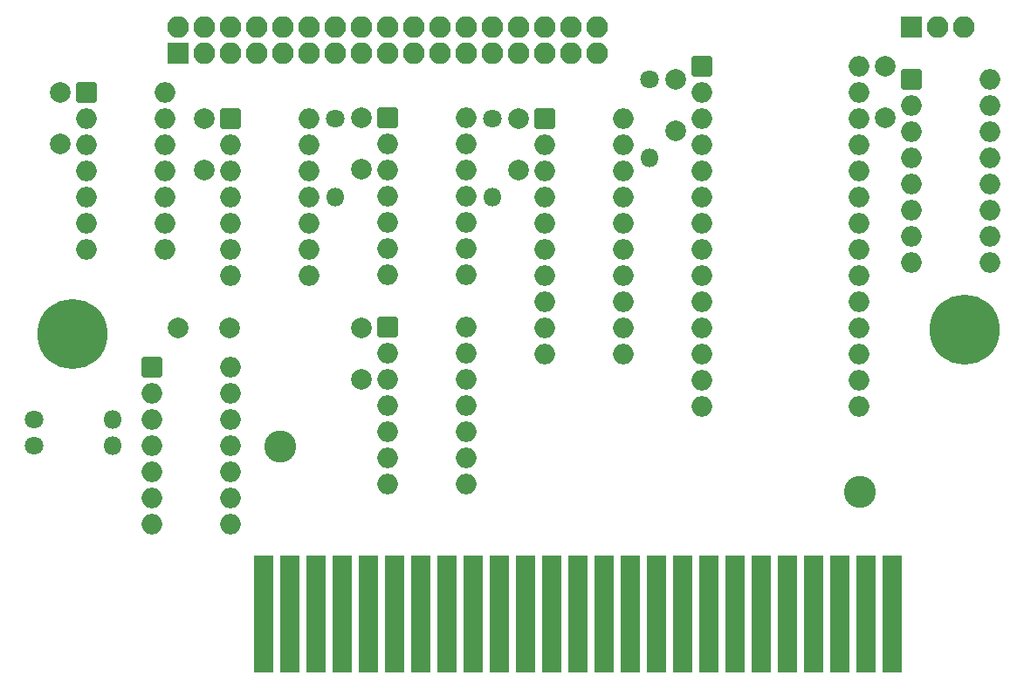
<source format=gbr>
%TF.GenerationSoftware,KiCad,Pcbnew,7.0.9*%
%TF.CreationDate,2024-01-06T19:35:49-03:00*%
%TF.ProjectId,HB3600-Cart,48423336-3030-42d4-9361-72742e6b6963,V1.0*%
%TF.SameCoordinates,Original*%
%TF.FileFunction,Soldermask,Bot*%
%TF.FilePolarity,Negative*%
%FSLAX46Y46*%
G04 Gerber Fmt 4.6, Leading zero omitted, Abs format (unit mm)*
G04 Created by KiCad (PCBNEW 7.0.9) date 2024-01-06 19:35:49*
%MOMM*%
%LPD*%
G01*
G04 APERTURE LIST*
G04 Aperture macros list*
%AMRoundRect*
0 Rectangle with rounded corners*
0 $1 Rounding radius*
0 $2 $3 $4 $5 $6 $7 $8 $9 X,Y pos of 4 corners*
0 Add a 4 corners polygon primitive as box body*
4,1,4,$2,$3,$4,$5,$6,$7,$8,$9,$2,$3,0*
0 Add four circle primitives for the rounded corners*
1,1,$1+$1,$2,$3*
1,1,$1+$1,$4,$5*
1,1,$1+$1,$6,$7*
1,1,$1+$1,$8,$9*
0 Add four rect primitives between the rounded corners*
20,1,$1+$1,$2,$3,$4,$5,0*
20,1,$1+$1,$4,$5,$6,$7,0*
20,1,$1+$1,$6,$7,$8,$9,0*
20,1,$1+$1,$8,$9,$2,$3,0*%
G04 Aperture macros list end*
%ADD10RoundRect,0.200000X-0.750000X-5.500000X0.750000X-5.500000X0.750000X5.500000X-0.750000X5.500000X0*%
%ADD11C,2.000000*%
%ADD12C,1.800000*%
%ADD13O,1.800000X1.800000*%
%ADD14RoundRect,0.200000X-0.800000X-0.800000X0.800000X-0.800000X0.800000X0.800000X-0.800000X0.800000X0*%
%ADD15O,2.000000X2.000000*%
%ADD16C,3.100000*%
%ADD17RoundRect,0.200000X0.850000X-0.850000X0.850000X0.850000X-0.850000X0.850000X-0.850000X-0.850000X0*%
%ADD18O,2.100000X2.100000*%
%ADD19C,6.800000*%
G04 APERTURE END LIST*
D10*
%TO.C,P1*%
X213465600Y-147798000D03*
X210925600Y-147798000D03*
X208385600Y-147798000D03*
X205845600Y-147798000D03*
X203305600Y-147798000D03*
X200765600Y-147798000D03*
X198225600Y-147798000D03*
X195685600Y-147798000D03*
X193145600Y-147798000D03*
X190605600Y-147798000D03*
X188065600Y-147798000D03*
X185525600Y-147798000D03*
X182985600Y-147798000D03*
X180445600Y-147798000D03*
X177905600Y-147798000D03*
X175365600Y-147798000D03*
X172825600Y-147798000D03*
X170285600Y-147798000D03*
X167745600Y-147798000D03*
X165205600Y-147798000D03*
X162665600Y-147798000D03*
X160125600Y-147798000D03*
X157585600Y-147798000D03*
X155045600Y-147798000D03*
X152505600Y-147798000D03*
%TD*%
D11*
%TO.C,C5*%
X192459800Y-95880400D03*
X192459800Y-100880400D03*
%TD*%
D12*
%TO.C,R4*%
X130223450Y-128894050D03*
D13*
X137843450Y-128894050D03*
%TD*%
D14*
%TO.C,U7*%
X141659800Y-123820400D03*
D15*
X141659800Y-126360400D03*
X141659800Y-128900400D03*
X141659800Y-131440400D03*
X141659800Y-133980400D03*
X141659800Y-136520400D03*
X141659800Y-139060400D03*
X149279800Y-139060400D03*
X149279800Y-136520400D03*
X149279800Y-133980400D03*
X149279800Y-131440400D03*
X149279800Y-128900400D03*
X149279800Y-126360400D03*
X149279800Y-123820400D03*
%TD*%
D14*
%TO.C,U5*%
X194999800Y-94610400D03*
D15*
X194999800Y-97150400D03*
X194999800Y-99690400D03*
X194999800Y-102230400D03*
X194999800Y-104770400D03*
X194999800Y-107310400D03*
X194999800Y-109850400D03*
X194999800Y-112390400D03*
X194999800Y-114930400D03*
X194999800Y-117470400D03*
X194999800Y-120010400D03*
X194999800Y-122550400D03*
X194999800Y-125090400D03*
X194999800Y-127630400D03*
X210239800Y-127630400D03*
X210239800Y-125090400D03*
X210239800Y-122550400D03*
X210239800Y-120010400D03*
X210239800Y-117470400D03*
X210239800Y-114930400D03*
X210239800Y-112390400D03*
X210239800Y-109850400D03*
X210239800Y-107310400D03*
X210239800Y-104770400D03*
X210239800Y-102230400D03*
X210239800Y-99690400D03*
X210239800Y-97150400D03*
X210239800Y-94610400D03*
%TD*%
D12*
%TO.C,R1*%
X159439800Y-99690400D03*
D13*
X159439800Y-107310400D03*
%TD*%
D14*
%TO.C,U3*%
X164519800Y-99665000D03*
D15*
X164519800Y-102205000D03*
X164519800Y-104745000D03*
X164519800Y-107285000D03*
X164519800Y-109825000D03*
X164519800Y-112365000D03*
X164519800Y-114905000D03*
X172139800Y-114905000D03*
X172139800Y-112365000D03*
X172139800Y-109825000D03*
X172139800Y-107285000D03*
X172139800Y-104745000D03*
X172139800Y-102205000D03*
X172139800Y-99665000D03*
%TD*%
D11*
%TO.C,C2*%
X146739800Y-99690400D03*
X146739800Y-104690400D03*
%TD*%
%TO.C,C7*%
X149239800Y-120010400D03*
X144239800Y-120010400D03*
%TD*%
D12*
%TO.C,R3*%
X189970600Y-95880400D03*
D13*
X189970600Y-103500400D03*
%TD*%
D16*
%TO.C,HOLE3*%
X210385850Y-135929850D03*
%TD*%
D12*
%TO.C,R5*%
X130229800Y-131465800D03*
D13*
X137849800Y-131465800D03*
%TD*%
D14*
%TO.C,U1*%
X135309800Y-97150400D03*
D15*
X135309800Y-99690400D03*
X135309800Y-102230400D03*
X135309800Y-104770400D03*
X135309800Y-107310400D03*
X135309800Y-109850400D03*
X135309800Y-112390400D03*
X142929800Y-112390400D03*
X142929800Y-109850400D03*
X142929800Y-107310400D03*
X142929800Y-104770400D03*
X142929800Y-102230400D03*
X142929800Y-99690400D03*
X142929800Y-97150400D03*
%TD*%
D11*
%TO.C,C1*%
X132769800Y-97139600D03*
X132769800Y-102139600D03*
%TD*%
D14*
%TO.C,U4*%
X179759800Y-99690400D03*
D15*
X179759800Y-102230400D03*
X179759800Y-104770400D03*
X179759800Y-107310400D03*
X179759800Y-109850400D03*
X179759800Y-112390400D03*
X179759800Y-114930400D03*
X179759800Y-117470400D03*
X179759800Y-120010400D03*
X179759800Y-122550400D03*
X187379800Y-122550400D03*
X187379800Y-120010400D03*
X187379800Y-117470400D03*
X187379800Y-114930400D03*
X187379800Y-112390400D03*
X187379800Y-109850400D03*
X187379800Y-107310400D03*
X187379800Y-104770400D03*
X187379800Y-102230400D03*
X187379800Y-99690400D03*
%TD*%
D12*
%TO.C,R2*%
X174679800Y-99690400D03*
D13*
X174679800Y-107310400D03*
%TD*%
D17*
%TO.C,J1*%
X144199800Y-93340400D03*
D18*
X144199800Y-90800400D03*
X146739800Y-93340400D03*
X146739800Y-90800400D03*
X149279800Y-93340400D03*
X149279800Y-90800400D03*
X151819800Y-93340400D03*
X151819800Y-90800400D03*
X154359800Y-93340400D03*
X154359800Y-90800400D03*
X156899800Y-93340400D03*
X156899800Y-90800400D03*
X159439800Y-93340400D03*
X159439800Y-90800400D03*
X161979800Y-93340400D03*
X161979800Y-90800400D03*
X164519800Y-93340400D03*
X164519800Y-90800400D03*
X167059800Y-93340400D03*
X167059800Y-90800400D03*
X169599800Y-93340400D03*
X169599800Y-90800400D03*
X172139800Y-93340400D03*
X172139800Y-90800400D03*
X174679800Y-93340400D03*
X174679800Y-90800400D03*
X177219800Y-93340400D03*
X177219800Y-90800400D03*
X179759800Y-93340400D03*
X179759800Y-90800400D03*
X182299800Y-93340400D03*
X182299800Y-90800400D03*
X184839800Y-93340400D03*
X184839800Y-90800400D03*
%TD*%
D14*
%TO.C,U2*%
X149279800Y-99690400D03*
D15*
X149279800Y-102230400D03*
X149279800Y-104770400D03*
X149279800Y-107310400D03*
X149279800Y-109850400D03*
X149279800Y-112390400D03*
X149279800Y-114930400D03*
X156899800Y-114930400D03*
X156899800Y-112390400D03*
X156899800Y-109850400D03*
X156899800Y-107310400D03*
X156899800Y-104770400D03*
X156899800Y-102230400D03*
X156899800Y-99690400D03*
%TD*%
D16*
%TO.C,HOLE2*%
X154105800Y-131516600D03*
%TD*%
D14*
%TO.C,U6*%
X215319800Y-95880400D03*
D15*
X215319800Y-98420400D03*
X215319800Y-100960400D03*
X215319800Y-103500400D03*
X215319800Y-106040400D03*
X215319800Y-108580400D03*
X215319800Y-111120400D03*
X215319800Y-113660400D03*
X222939800Y-113660400D03*
X222939800Y-111120400D03*
X222939800Y-108580400D03*
X222939800Y-106040400D03*
X222939800Y-103500400D03*
X222939800Y-100960400D03*
X222939800Y-98420400D03*
X222939800Y-95880400D03*
%TD*%
D11*
%TO.C,C6*%
X212779800Y-94610400D03*
X212779800Y-99610400D03*
%TD*%
%TO.C,C4*%
X177215800Y-99690400D03*
X177215800Y-104690400D03*
%TD*%
D14*
%TO.C,U8*%
X164513450Y-119978650D03*
D15*
X164513450Y-122518650D03*
X164513450Y-125058650D03*
X164513450Y-127598650D03*
X164513450Y-130138650D03*
X164513450Y-132678650D03*
X164513450Y-135218650D03*
X172133450Y-135218650D03*
X172133450Y-132678650D03*
X172133450Y-130138650D03*
X172133450Y-127598650D03*
X172133450Y-125058650D03*
X172133450Y-122518650D03*
X172133450Y-119978650D03*
%TD*%
D17*
%TO.C,J2*%
X215313450Y-90794050D03*
D18*
X217853450Y-90794050D03*
X220393450Y-90794050D03*
%TD*%
D11*
%TO.C,C3*%
X161979800Y-99665000D03*
X161979800Y-104665000D03*
%TD*%
D19*
%TO.C,HOLE1*%
X133963600Y-120594600D03*
%TD*%
D11*
%TO.C,C8*%
X161973450Y-120004050D03*
X161973450Y-125004050D03*
%TD*%
D19*
%TO.C,HOLE4*%
X220545850Y-120207250D03*
%TD*%
M02*

</source>
